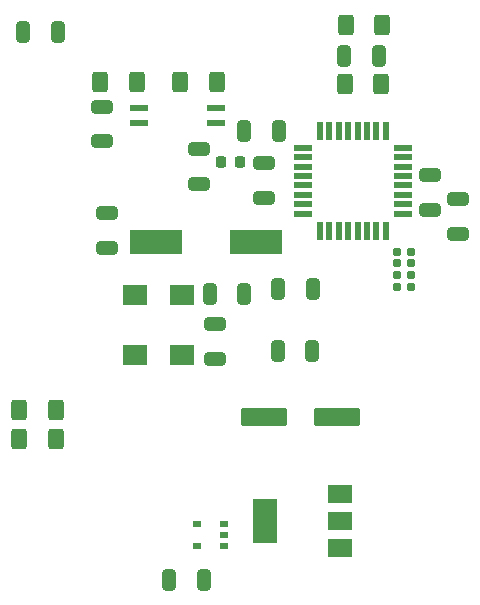
<source format=gbr>
%TF.GenerationSoftware,KiCad,Pcbnew,(6.0.1)*%
%TF.CreationDate,2022-01-20T11:15:22+01:00*%
%TF.ProjectId,LogicBoard_Avr,4c6f6769-6342-46f6-9172-645f4176722e,rev?*%
%TF.SameCoordinates,Original*%
%TF.FileFunction,Paste,Top*%
%TF.FilePolarity,Positive*%
%FSLAX46Y46*%
G04 Gerber Fmt 4.6, Leading zero omitted, Abs format (unit mm)*
G04 Created by KiCad (PCBNEW (6.0.1)) date 2022-01-20 11:15:22*
%MOMM*%
%LPD*%
G01*
G04 APERTURE LIST*
G04 Aperture macros list*
%AMRoundRect*
0 Rectangle with rounded corners*
0 $1 Rounding radius*
0 $2 $3 $4 $5 $6 $7 $8 $9 X,Y pos of 4 corners*
0 Add a 4 corners polygon primitive as box body*
4,1,4,$2,$3,$4,$5,$6,$7,$8,$9,$2,$3,0*
0 Add four circle primitives for the rounded corners*
1,1,$1+$1,$2,$3*
1,1,$1+$1,$4,$5*
1,1,$1+$1,$6,$7*
1,1,$1+$1,$8,$9*
0 Add four rect primitives between the rounded corners*
20,1,$1+$1,$2,$3,$4,$5,0*
20,1,$1+$1,$4,$5,$6,$7,0*
20,1,$1+$1,$6,$7,$8,$9,0*
20,1,$1+$1,$8,$9,$2,$3,0*%
G04 Aperture macros list end*
%ADD10RoundRect,0.250000X0.400000X0.625000X-0.400000X0.625000X-0.400000X-0.625000X0.400000X-0.625000X0*%
%ADD11RoundRect,0.250000X-0.400000X-0.625000X0.400000X-0.625000X0.400000X0.625000X-0.400000X0.625000X0*%
%ADD12RoundRect,0.160000X-0.197500X-0.160000X0.197500X-0.160000X0.197500X0.160000X-0.197500X0.160000X0*%
%ADD13R,0.700000X0.510000*%
%ADD14R,1.600000X0.550000*%
%ADD15R,0.550000X1.600000*%
%ADD16R,2.000000X1.500000*%
%ADD17R,2.000000X3.800000*%
%ADD18RoundRect,0.250000X-1.712500X-0.550000X1.712500X-0.550000X1.712500X0.550000X-1.712500X0.550000X0*%
%ADD19RoundRect,0.250000X0.650000X-0.325000X0.650000X0.325000X-0.650000X0.325000X-0.650000X-0.325000X0*%
%ADD20RoundRect,0.250000X0.325000X0.650000X-0.325000X0.650000X-0.325000X-0.650000X0.325000X-0.650000X0*%
%ADD21RoundRect,0.250000X-0.650000X0.325000X-0.650000X-0.325000X0.650000X-0.325000X0.650000X0.325000X0*%
%ADD22R,2.000000X1.800000*%
%ADD23RoundRect,0.137500X-0.662500X-0.137500X0.662500X-0.137500X0.662500X0.137500X-0.662500X0.137500X0*%
%ADD24RoundRect,0.250000X-0.325000X-0.650000X0.325000X-0.650000X0.325000X0.650000X-0.325000X0.650000X0*%
%ADD25RoundRect,0.225000X-0.225000X-0.250000X0.225000X-0.250000X0.225000X0.250000X-0.225000X0.250000X0*%
%ADD26R,4.500000X2.000000*%
G04 APERTURE END LIST*
D10*
%TO.C,R3*%
X124900000Y-109400000D03*
X121800000Y-109400000D03*
%TD*%
%TO.C,R4*%
X124900000Y-111900000D03*
X121800000Y-111900000D03*
%TD*%
D11*
%TO.C,R2*%
X135450000Y-81635000D03*
X138550000Y-81635000D03*
%TD*%
D12*
%TO.C,R9*%
X153802500Y-96000000D03*
X154997500Y-96000000D03*
%TD*%
D13*
%TO.C,U3*%
X139160000Y-120950000D03*
X139160000Y-120000000D03*
X139160000Y-119050000D03*
X136840000Y-119050000D03*
X136840000Y-120950000D03*
%TD*%
D12*
%TO.C,R10*%
X153802500Y-98000000D03*
X154997500Y-98000000D03*
%TD*%
D14*
%TO.C,U1*%
X145800000Y-87200000D03*
X145800000Y-88000000D03*
X145800000Y-88800000D03*
X145800000Y-89600000D03*
X145800000Y-90400000D03*
X145800000Y-91200000D03*
X145800000Y-92000000D03*
X145800000Y-92800000D03*
D15*
X147250000Y-94250000D03*
X148050000Y-94250000D03*
X148850000Y-94250000D03*
X149650000Y-94250000D03*
X150450000Y-94250000D03*
X151250000Y-94250000D03*
X152050000Y-94250000D03*
X152850000Y-94250000D03*
D14*
X154300000Y-92800000D03*
X154300000Y-92000000D03*
X154300000Y-91200000D03*
X154300000Y-90400000D03*
X154300000Y-89600000D03*
X154300000Y-88800000D03*
X154300000Y-88000000D03*
X154300000Y-87200000D03*
D15*
X152850000Y-85750000D03*
X152050000Y-85750000D03*
X151250000Y-85750000D03*
X150450000Y-85750000D03*
X149650000Y-85750000D03*
X148850000Y-85750000D03*
X148050000Y-85750000D03*
X147250000Y-85750000D03*
%TD*%
D10*
%TO.C,R1*%
X131750000Y-81635000D03*
X128650000Y-81635000D03*
%TD*%
D16*
%TO.C,U4*%
X148950000Y-121100000D03*
D17*
X142650000Y-118800000D03*
D16*
X148950000Y-118800000D03*
X148950000Y-116500000D03*
%TD*%
D18*
%TO.C,C12*%
X142512500Y-110000000D03*
X148687500Y-110000000D03*
%TD*%
D19*
%TO.C,C4*%
X137000000Y-90275000D03*
X137000000Y-87325000D03*
%TD*%
D20*
%TO.C,C14*%
X137475000Y-123800000D03*
X134525000Y-123800000D03*
%TD*%
D12*
%TO.C,R8*%
X153802500Y-97000000D03*
X154997500Y-97000000D03*
%TD*%
D19*
%TO.C,C9*%
X138400000Y-105075000D03*
X138400000Y-102125000D03*
%TD*%
%TO.C,C6*%
X128800000Y-86675000D03*
X128800000Y-83725000D03*
%TD*%
D21*
%TO.C,C5*%
X159000000Y-91525000D03*
X159000000Y-94475000D03*
%TD*%
D22*
%TO.C,X1*%
X135600000Y-104740000D03*
X135600000Y-99660000D03*
X131600000Y-99660000D03*
X131600000Y-104740000D03*
%TD*%
D11*
%TO.C,R6*%
X149450000Y-76800000D03*
X152550000Y-76800000D03*
%TD*%
D10*
%TO.C,R5*%
X152450000Y-81800000D03*
X149350000Y-81800000D03*
%TD*%
D19*
%TO.C,C10*%
X129200000Y-95675000D03*
X129200000Y-92725000D03*
%TD*%
D23*
%TO.C,U2*%
X131950000Y-83865000D03*
X131950000Y-85135000D03*
X138450000Y-85135000D03*
X138450000Y-83865000D03*
%TD*%
D24*
%TO.C,C8*%
X140825000Y-85800000D03*
X143775000Y-85800000D03*
%TD*%
D20*
%TO.C,C11*%
X140875000Y-99600000D03*
X137925000Y-99600000D03*
%TD*%
D24*
%TO.C,C3*%
X122125000Y-77400000D03*
X125075000Y-77400000D03*
%TD*%
D12*
%TO.C,R7*%
X153800000Y-99000000D03*
X154995000Y-99000000D03*
%TD*%
D24*
%TO.C,C13*%
X143687500Y-104400000D03*
X146637500Y-104400000D03*
%TD*%
%TO.C,C7*%
X143725000Y-99200000D03*
X146675000Y-99200000D03*
%TD*%
D25*
%TO.C,L1*%
X138925000Y-88400000D03*
X140475000Y-88400000D03*
%TD*%
D19*
%TO.C,C2*%
X156600000Y-92500000D03*
X156600000Y-89550000D03*
%TD*%
D21*
%TO.C,C1*%
X142500000Y-88525000D03*
X142500000Y-91475000D03*
%TD*%
D26*
%TO.C,Y1*%
X133350000Y-95200000D03*
X141850000Y-95200000D03*
%TD*%
D24*
%TO.C,C16*%
X149325000Y-79400000D03*
X152275000Y-79400000D03*
%TD*%
M02*

</source>
